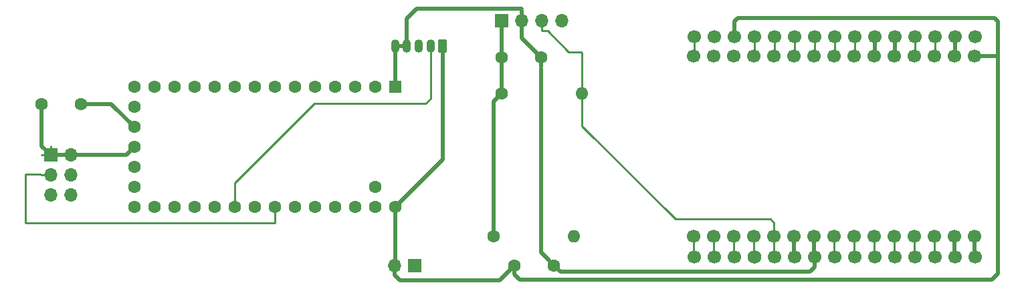
<source format=gbr>
G04 #@! TF.GenerationSoftware,KiCad,Pcbnew,(5.1.4)-1*
G04 #@! TF.CreationDate,2019-09-02T19:22:19+02:00*
G04 #@! TF.ProjectId,DNMS,444e4d53-2e6b-4696-9361-645f70636258,0.9.0*
G04 #@! TF.SameCoordinates,Original*
G04 #@! TF.FileFunction,Copper,L2,Bot*
G04 #@! TF.FilePolarity,Positive*
%FSLAX46Y46*%
G04 Gerber Fmt 4.6, Leading zero omitted, Abs format (unit mm)*
G04 Created by KiCad (PCBNEW (5.1.4)-1) date 2019-09-02 19:22:19*
%MOMM*%
%LPD*%
G04 APERTURE LIST*
%ADD10O,1.100000X1.700000*%
%ADD11C,0.100000*%
%ADD12C,1.100000*%
%ADD13C,1.600000*%
%ADD14O,1.700000X1.700000*%
%ADD15R,1.700000X1.700000*%
%ADD16R,1.600000X1.600000*%
%ADD17C,1.700000*%
%ADD18C,1.740000*%
%ADD19O,1.600000X1.600000*%
%ADD20C,0.500000*%
%ADD21C,0.250000*%
G04 APERTURE END LIST*
D10*
X111276880Y-60990480D03*
X112776880Y-60990480D03*
X114276880Y-60990480D03*
X115776880Y-60990480D03*
D11*
G36*
X117681029Y-60141259D02*
G01*
X117696726Y-60143587D01*
X117712119Y-60147443D01*
X117727060Y-60152789D01*
X117741405Y-60159573D01*
X117755016Y-60167731D01*
X117767761Y-60177184D01*
X117779519Y-60187841D01*
X117790176Y-60199599D01*
X117799629Y-60212344D01*
X117807787Y-60225955D01*
X117814571Y-60240300D01*
X117819917Y-60255241D01*
X117823773Y-60270634D01*
X117826101Y-60286331D01*
X117826880Y-60302180D01*
X117826880Y-61678780D01*
X117826101Y-61694629D01*
X117823773Y-61710326D01*
X117819917Y-61725719D01*
X117814571Y-61740660D01*
X117807787Y-61755005D01*
X117799629Y-61768616D01*
X117790176Y-61781361D01*
X117779519Y-61793119D01*
X117767761Y-61803776D01*
X117755016Y-61813229D01*
X117741405Y-61821387D01*
X117727060Y-61828171D01*
X117712119Y-61833517D01*
X117696726Y-61837373D01*
X117681029Y-61839701D01*
X117665180Y-61840480D01*
X116888580Y-61840480D01*
X116872731Y-61839701D01*
X116857034Y-61837373D01*
X116841641Y-61833517D01*
X116826700Y-61828171D01*
X116812355Y-61821387D01*
X116798744Y-61813229D01*
X116785999Y-61803776D01*
X116774241Y-61793119D01*
X116763584Y-61781361D01*
X116754131Y-61768616D01*
X116745973Y-61755005D01*
X116739189Y-61740660D01*
X116733843Y-61725719D01*
X116729987Y-61710326D01*
X116727659Y-61694629D01*
X116726880Y-61678780D01*
X116726880Y-60302180D01*
X116727659Y-60286331D01*
X116729987Y-60270634D01*
X116733843Y-60255241D01*
X116739189Y-60240300D01*
X116745973Y-60225955D01*
X116754131Y-60212344D01*
X116763584Y-60199599D01*
X116774241Y-60187841D01*
X116785999Y-60177184D01*
X116798744Y-60167731D01*
X116812355Y-60159573D01*
X116826700Y-60152789D01*
X116841641Y-60147443D01*
X116857034Y-60143587D01*
X116872731Y-60141259D01*
X116888580Y-60140480D01*
X117665180Y-60140480D01*
X117681029Y-60141259D01*
X117681029Y-60141259D01*
G37*
D12*
X117276880Y-60990480D03*
D13*
X131398020Y-88823800D03*
X126398020Y-88823800D03*
X129805440Y-62476380D03*
X124805440Y-62476380D03*
X66531480Y-68351400D03*
X71531480Y-68351400D03*
D14*
X70205600Y-79870300D03*
X67665600Y-79870300D03*
X70205600Y-77330300D03*
X67665600Y-77330300D03*
X70205600Y-74790300D03*
D15*
X67665600Y-74790300D03*
D16*
X111267240Y-66171500D03*
D13*
X108727240Y-66171500D03*
X106187240Y-66171500D03*
X103647240Y-66171500D03*
X101107240Y-66171500D03*
X98567240Y-66171500D03*
X96027240Y-66171500D03*
X93487240Y-66171500D03*
X90947240Y-66171500D03*
X88407240Y-66171500D03*
X85867240Y-66171500D03*
X83327240Y-66171500D03*
X80787240Y-66171500D03*
X108727240Y-78871500D03*
X111267240Y-81411500D03*
X108727240Y-81411500D03*
X106187240Y-81411500D03*
X103647240Y-81411500D03*
X101107240Y-81411500D03*
X98567240Y-81411500D03*
X96027240Y-81411500D03*
X93487240Y-81411500D03*
X90947240Y-81411500D03*
X88407240Y-81411500D03*
X85867240Y-81411500D03*
X83327240Y-81411500D03*
X80787240Y-81411500D03*
X78247240Y-66171500D03*
X78247240Y-68711500D03*
X78247240Y-71251500D03*
X78247240Y-81411500D03*
X78247240Y-78871500D03*
X78247240Y-76331500D03*
X78247240Y-73791500D03*
D17*
X149143720Y-87723980D03*
X151683720Y-87723980D03*
X154223720Y-87723980D03*
D18*
X156763720Y-87723980D03*
D17*
X159303720Y-87723980D03*
X161843720Y-87723980D03*
X164383720Y-87723980D03*
X166923720Y-87723980D03*
X169463720Y-87723980D03*
X172003720Y-87723980D03*
X174543720Y-87723980D03*
X177083720Y-87723980D03*
X179623720Y-87723980D03*
X182163720Y-87723980D03*
X184703720Y-87723980D03*
X184703720Y-59783980D03*
X182163720Y-59783980D03*
X179623720Y-59783980D03*
X177083720Y-59783980D03*
X174543720Y-59783980D03*
X172003720Y-59783980D03*
X169463720Y-59783980D03*
X166923720Y-59783980D03*
X164383720Y-59783980D03*
X161843720Y-59783980D03*
X159303720Y-59783980D03*
X156763720Y-59783980D03*
X154223720Y-59783980D03*
X151683720Y-59783980D03*
X149143720Y-59783980D03*
X151648160Y-85163660D03*
X156728160Y-85163660D03*
X154188160Y-85163660D03*
X174508160Y-85163660D03*
X171968160Y-85163660D03*
X166888160Y-85163660D03*
X169428160Y-85163660D03*
X184668160Y-85163660D03*
X164348160Y-85163660D03*
X159268160Y-85163660D03*
X161808160Y-85163660D03*
X177048160Y-85163660D03*
X182128160Y-85163660D03*
X179588160Y-85163660D03*
X149108160Y-85163660D03*
X184668160Y-62303660D03*
X182128160Y-62303660D03*
X179588160Y-62303660D03*
X177048160Y-62303660D03*
X174508160Y-62303660D03*
X171968160Y-62303660D03*
X169428160Y-62303660D03*
X166888160Y-62303660D03*
X164348160Y-62303660D03*
X161808160Y-62303660D03*
X159268160Y-62303660D03*
X156728160Y-62303660D03*
X154188160Y-62303660D03*
X151648160Y-62303660D03*
X149108160Y-62303660D03*
D19*
X133918960Y-85107780D03*
D13*
X123758960Y-85107780D03*
D19*
X134950200Y-66977260D03*
D13*
X124790200Y-66977260D03*
D14*
X132410200Y-57820560D03*
X129870200Y-57820560D03*
X127330200Y-57820560D03*
D15*
X124790200Y-57820560D03*
D14*
X111252000Y-88833960D03*
D15*
X113792000Y-88833960D03*
D20*
X172003720Y-62268100D02*
X171968160Y-62303660D01*
X172003720Y-59783980D02*
X172003720Y-62268100D01*
X182163720Y-62268100D02*
X182128160Y-62303660D01*
X182163720Y-59783980D02*
X182163720Y-62268100D01*
X182128160Y-87688420D02*
X182163720Y-87723980D01*
X182128160Y-85163660D02*
X182128160Y-87688420D01*
X164348160Y-87688420D02*
X164383720Y-87723980D01*
X164348160Y-85163660D02*
X164348160Y-87688420D01*
D21*
X66565600Y-74790300D02*
X67665600Y-74790300D01*
X66531480Y-74756180D02*
X66565600Y-74790300D01*
X67665600Y-74790300D02*
X67665600Y-73690300D01*
D20*
X66531480Y-73656180D02*
X67665600Y-74790300D01*
X66531480Y-68351400D02*
X66531480Y-73656180D01*
X67665600Y-74790300D02*
X70205600Y-74790300D01*
X77248440Y-74790300D02*
X78247240Y-73791500D01*
X70205600Y-74790300D02*
X77248440Y-74790300D01*
X111276880Y-66161860D02*
X111267240Y-66171500D01*
X111276880Y-60990480D02*
X111276880Y-66161860D01*
X111276880Y-60990480D02*
X112776880Y-60990480D01*
X127330200Y-60001140D02*
X127330200Y-57820560D01*
X129805440Y-62476380D02*
X127330200Y-60001140D01*
X129805440Y-62476380D02*
X129805440Y-63607750D01*
X130598021Y-87984441D02*
X129788920Y-87175340D01*
X130598021Y-88023801D02*
X130598021Y-87984441D01*
X131398020Y-88823800D02*
X130598021Y-88023801D01*
X129788920Y-63832740D02*
X129788920Y-87175340D01*
X114129820Y-56250840D02*
X127340390Y-56250840D01*
X112776880Y-57532660D02*
X112776880Y-60990480D01*
X114018060Y-56291480D02*
X112776880Y-57532660D01*
X132198019Y-89623799D02*
X163794541Y-89623799D01*
X131398020Y-88823800D02*
X132198019Y-89623799D01*
X164383720Y-89034620D02*
X164383720Y-87723980D01*
X163794541Y-89623799D02*
X164383720Y-89034620D01*
X127340390Y-56608289D02*
X127340390Y-56466770D01*
X127330200Y-57820560D02*
X127330200Y-56618479D01*
X127330200Y-56618479D02*
X127340390Y-56608289D01*
X174543720Y-62268100D02*
X174508160Y-62303660D01*
X174543720Y-59783980D02*
X174543720Y-62268100D01*
X184668160Y-87688420D02*
X184703720Y-87723980D01*
X184668160Y-85163660D02*
X184668160Y-87688420D01*
X161808160Y-87688420D02*
X161843720Y-87723980D01*
X161808160Y-85163660D02*
X161808160Y-87688420D01*
X123758960Y-68008500D02*
X124790200Y-66977260D01*
X123758960Y-85107780D02*
X123758960Y-68008500D01*
X124790200Y-62491620D02*
X124805440Y-62476380D01*
X124790200Y-66977260D02*
X124790200Y-62491620D01*
X124805440Y-57835800D02*
X124790200Y-57820560D01*
X124805440Y-62476380D02*
X124805440Y-57835800D01*
X117276880Y-75401860D02*
X111267240Y-81411500D01*
X117276880Y-60990480D02*
X117276880Y-75401860D01*
X111267240Y-88818720D02*
X111252000Y-88833960D01*
X111267240Y-81411500D02*
X111267240Y-88818720D01*
X124531120Y-90690700D02*
X126398020Y-88823800D01*
X111906659Y-90690700D02*
X124531120Y-90690700D01*
X111252000Y-88833960D02*
X111252000Y-90036041D01*
X111252000Y-90036041D02*
X111906659Y-90690700D01*
X187459620Y-62303660D02*
X184668160Y-62303660D01*
X154223720Y-57868820D02*
X154630120Y-57462420D01*
X154223720Y-59783980D02*
X154223720Y-57868820D01*
X154630120Y-57462420D02*
X187154820Y-57462420D01*
X187154820Y-57462420D02*
X187551060Y-57858660D01*
X187551060Y-57858660D02*
X187551060Y-62212220D01*
X187551060Y-62212220D02*
X187459620Y-62303660D01*
X187551060Y-89885520D02*
X187551060Y-62212220D01*
X186814460Y-90622120D02*
X187551060Y-89885520D01*
X127064970Y-90622120D02*
X186814460Y-90622120D01*
X126398020Y-88823800D02*
X126398020Y-89955170D01*
X126398020Y-89955170D02*
X127064970Y-90622120D01*
D21*
X156728160Y-87688420D02*
X156763720Y-87723980D01*
X156728160Y-85163660D02*
X156728160Y-87688420D01*
X90947240Y-81411500D02*
X90947240Y-78384400D01*
X90947240Y-78384400D02*
X101036120Y-68295520D01*
X101036120Y-68295520D02*
X115155980Y-68295520D01*
X115776880Y-67674620D02*
X115776880Y-60990480D01*
X115155980Y-68295520D02*
X115776880Y-67674620D01*
X159268160Y-87688420D02*
X159303720Y-87723980D01*
X159268160Y-85163660D02*
X159268160Y-87688420D01*
X129870200Y-59022641D02*
X129905760Y-59058201D01*
X129870200Y-57820560D02*
X129870200Y-59022641D01*
X129905760Y-59058201D02*
X130576981Y-59058201D01*
X130576981Y-59058201D02*
X133253480Y-61734700D01*
X133253480Y-61734700D02*
X134828280Y-61734700D01*
X134950200Y-61856620D02*
X134950200Y-66977260D01*
X134828280Y-61734700D02*
X134950200Y-61856620D01*
X134950200Y-66977260D02*
X134950200Y-71142860D01*
X134950200Y-71142860D02*
X146756120Y-82948780D01*
X146756120Y-82948780D02*
X158783020Y-82948780D01*
X159268160Y-83433920D02*
X159268160Y-85163660D01*
X158783020Y-82948780D02*
X159268160Y-83433920D01*
X66463519Y-77330300D02*
X66402559Y-77269340D01*
X67665600Y-77330300D02*
X66463519Y-77330300D01*
X66402559Y-77269340D02*
X64480440Y-77269340D01*
X96027240Y-83400900D02*
X96027240Y-81411500D01*
X64498220Y-83400900D02*
X64480440Y-83383120D01*
X96027240Y-83400900D02*
X64498220Y-83400900D01*
X64480440Y-77269340D02*
X64480440Y-83383120D01*
X159303720Y-62318900D02*
X159301180Y-62321440D01*
X159303720Y-59783980D02*
X159303720Y-62318900D01*
X149143720Y-62318900D02*
X149141180Y-62321440D01*
X149143720Y-59783980D02*
X149143720Y-62318900D01*
D20*
X75347140Y-68351400D02*
X78247240Y-71251500D01*
X71531480Y-68351400D02*
X75347140Y-68351400D01*
D21*
X151648160Y-87688420D02*
X151683720Y-87723980D01*
X151648160Y-85163660D02*
X151648160Y-87688420D01*
X154188160Y-87688420D02*
X154223720Y-87723980D01*
X154188160Y-85163660D02*
X154188160Y-87688420D01*
X174508160Y-87688420D02*
X174543720Y-87723980D01*
X174508160Y-85163660D02*
X174508160Y-87688420D01*
X171968160Y-87688420D02*
X172003720Y-87723980D01*
X171968160Y-85163660D02*
X171968160Y-87688420D01*
X166888160Y-87688420D02*
X166923720Y-87723980D01*
X166888160Y-85163660D02*
X166888160Y-87688420D01*
X169428160Y-87688420D02*
X169463720Y-87723980D01*
X169428160Y-85163660D02*
X169428160Y-87688420D01*
X177048160Y-87688420D02*
X177083720Y-87723980D01*
X177048160Y-85163660D02*
X177048160Y-87688420D01*
X179588160Y-87688420D02*
X179623720Y-87723980D01*
X179588160Y-85163660D02*
X179588160Y-87688420D01*
X149108160Y-87688420D02*
X149143720Y-87723980D01*
X149108160Y-85163660D02*
X149108160Y-87688420D01*
X179623720Y-62268100D02*
X179588160Y-62303660D01*
X179623720Y-59783980D02*
X179623720Y-62268100D01*
X177083720Y-62268100D02*
X177048160Y-62303660D01*
X177083720Y-59783980D02*
X177083720Y-62268100D01*
X169463720Y-62318900D02*
X169461180Y-62321440D01*
X169463720Y-59783980D02*
X169463720Y-62318900D01*
X166923720Y-62318900D02*
X166921180Y-62321440D01*
X166923720Y-59783980D02*
X166923720Y-62318900D01*
X164383720Y-62318900D02*
X164381180Y-62321440D01*
X164383720Y-59783980D02*
X164383720Y-62318900D01*
X161843720Y-62318900D02*
X161841180Y-62321440D01*
X161843720Y-59783980D02*
X161843720Y-62318900D01*
X156763720Y-62318900D02*
X156761180Y-62321440D01*
X156763720Y-59783980D02*
X156763720Y-62318900D01*
M02*

</source>
